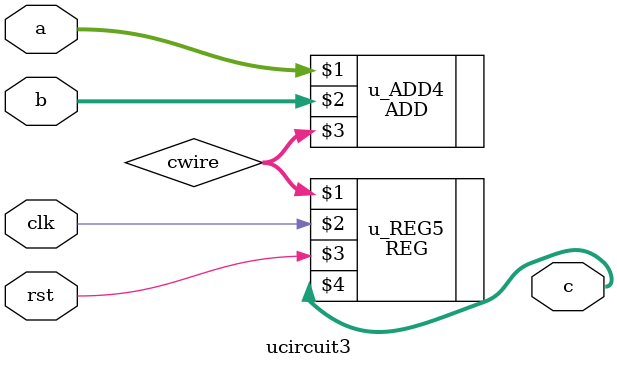
<source format=v>

module ucircuit3(

	 input clk,
	 input rst,
	 input [31:0] a,
	 input [15:0] b,

	 output [7:0] c
);

	 wire [7:0] cwire;
	 ADD #(8) u_ADD4 (a,b,cwire);
     REG #(8) u_REG5 (cwire,clk,rst,c);


endmodule

// *********************************************************************************
// *                            END OF GENERATED FILE                              *
// *********************************************************************************

</source>
